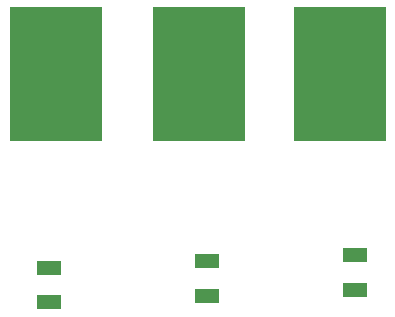
<source format=gbr>
G04 #@! TF.FileFunction,Soldermask,Top*
%FSLAX46Y46*%
G04 Gerber Fmt 4.6, Leading zero omitted, Abs format (unit mm)*
G04 Created by KiCad (PCBNEW 4.0.7) date 03/14/19 05:19:24*
%MOMM*%
%LPD*%
G01*
G04 APERTURE LIST*
%ADD10C,0.100000*%
%ADD11R,2.100000X1.300000*%
%ADD12R,7.900000X11.400000*%
G04 APERTURE END LIST*
D10*
D11*
X116210000Y-56370000D03*
X116210000Y-53470000D03*
X129540000Y-55860000D03*
X129540000Y-52960000D03*
X142110000Y-55350000D03*
X142110000Y-52450000D03*
D12*
X140790000Y-37110000D03*
X128890000Y-37110000D03*
X116790000Y-37110000D03*
M02*

</source>
